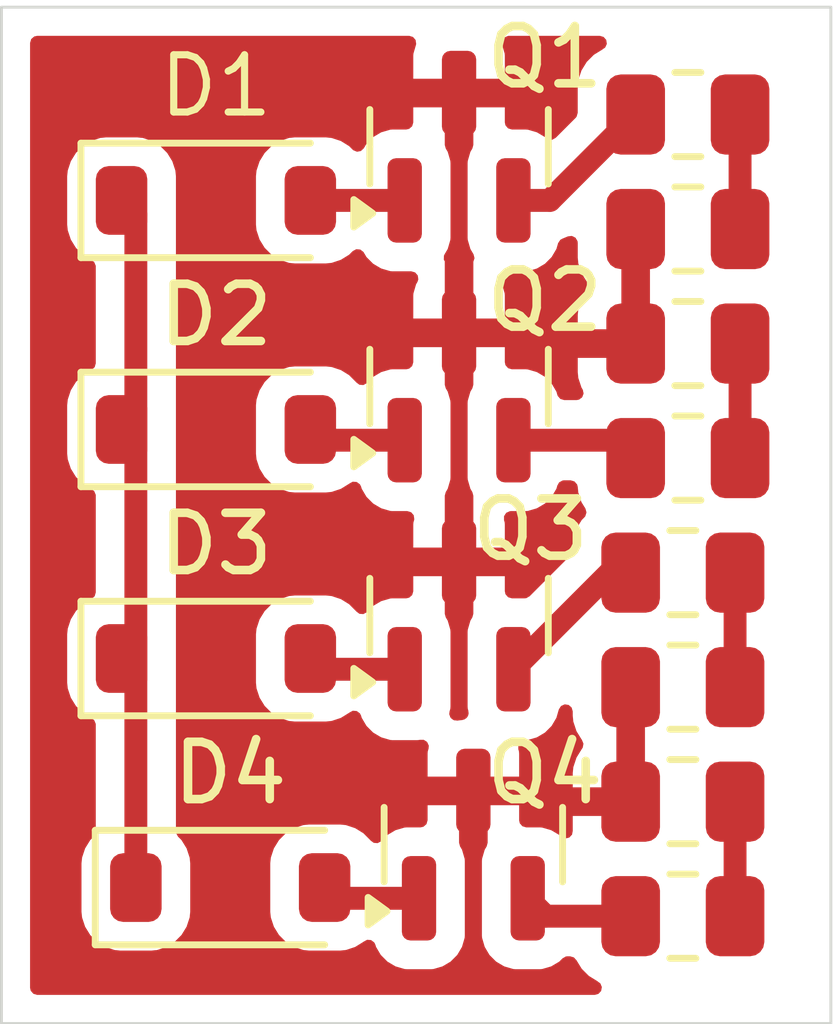
<source format=kicad_pcb>
(kicad_pcb (version 20241229) (generator "pcbnew") (generator_version "9.0")
  (layers (0 "F.Cu" signal) (2 "B.Cu" signal) (13 "F.Paste" user) (15 "B.Paste" user) (5 "F.SilkS" user "F.Silkscreen") (7 "B.SilkS" user "B.Silkscreen") (1 "F.Mask" user) (3 "B.Mask" user) (25 "Edge.Cuts" user))
  (net 0 "")
  (net 1 "/M2-")
  (net 2 "+5V")
  (net 3 "/M3-")
  (net 4 "/M4-")
  (net 5 "/M1-")
  (net 6 "GND")
  (net 7 "Net-(Q1-G)")
  (net 8 "Net-(Q2-G)")
  (net 9 "Net-(Q3-G)")
  (net 10 "Net-(Q4-G)")
  (net 11 "/En1")
  (net 12 "/En2")
  (net 13 "/En3")
  (net 14 "/En4")
  (footprint "Package_TO_SOT_SMD:SOT-23" (layer "F.Cu") (at 186.25 73.3125 90)
    (property "Reference" "Q1" (at 1.5625 1.5 0) (layer "F.SilkS"))
    (property "Value" "NMOS" (hide yes))
    (fp_line (start 0 -1.56) (end 0.65 -1.56) (stroke (width 0.12)) (layer "F.SilkS"))
    (fp_line (start 0 -1.56) (end -0.65 -1.56) (stroke (width 0.12)) (layer "F.SilkS"))
    (fp_line (start 0 1.56) (end 0.65 1.56) (stroke (width 0.12)) (layer "F.SilkS"))
    (fp_line (start 0 1.56) (end -0.65 1.56) (stroke (width 0.12)) (layer "F.SilkS"))
    (fp_poly (pts (xy -1.1625 -1.51) (xy -1.4025 -1.84) (xy -0.9225 -1.84)) (stroke (width 0.12)) (fill yes) (layer "F.SilkS"))
    (pad "1" smd roundrect (at -0.9375 -0.95 90) (size 1.475 0.6) (layers "F.Cu" "F.Mask" "F.Paste") (net 5 "/M1-"))
    (pad "2" smd roundrect (at -0.9375 0.95 90) (size 1.475 0.6) (layers "F.Cu" "F.Mask" "F.Paste") (net 7 "Net-(Q1-G)"))
    (pad "3" smd roundrect (at 0.9375 0 90) (size 1.475 0.6) (layers "F.Cu" "F.Mask" "F.Paste") (net 6 "GND"))
  )
  (footprint "Package_TO_SOT_SMD:SOT-23" (layer "F.Cu") (at 186.25 81.5 90)
    (property "Reference" "Q3" (at 1.5 1.25 180) (layer "F.SilkS"))
    (property "Value" "NMOS" (hide yes))
    (fp_line (start 0 -1.56) (end 0.65 -1.56) (stroke (width 0.12)) (layer "F.SilkS"))
    (fp_line (start 0 -1.56) (end -0.65 -1.56) (stroke (width 0.12)) (layer "F.SilkS"))
    (fp_line (start 0 1.56) (end 0.65 1.56) (stroke (width 0.12)) (layer "F.SilkS"))
    (fp_line (start 0 1.56) (end -0.65 1.56) (stroke (width 0.12)) (layer "F.SilkS"))
    (fp_poly (pts (xy -1.1625 -1.51) (xy -1.4025 -1.84) (xy -0.9225 -1.84)) (stroke (width 0.12)) (fill yes) (layer "F.SilkS"))
    (pad "1" smd roundrect (at -0.9375 -0.95 90) (size 1.475 0.6) (layers "F.Cu" "F.Mask" "F.Paste") (net 3 "/M3-"))
    (pad "2" smd roundrect (at -0.9375 0.95 90) (size 1.475 0.6) (layers "F.Cu" "F.Mask" "F.Paste") (net 9 "Net-(Q3-G)"))
    (pad "3" smd roundrect (at 0.9375 0 90) (size 1.475 0.6) (layers "F.Cu" "F.Mask" "F.Paste") (net 6 "GND"))
  )
  (footprint "Resistor_SMD:R_0805_2012Metric" (layer "F.Cu") (at 190.25 74.75 180)
    (property "Reference" "R2" (hide yes))
    (property "Value" "10K" (hide yes))
    (fp_line (start -0.227064 0.735) (end 0.227064 0.735) (stroke (width 0.12)) (layer "F.SilkS"))
    (fp_line (start -0.227064 -0.735) (end 0.227064 -0.735) (stroke (width 0.12)) (layer "F.SilkS"))
    (pad "1" smd roundrect (at -0.9125 0 180) (size 1.025 1.4) (layers "F.Cu" "F.Mask" "F.Paste") (roundrect_rratio 0.243902) (net 11 "/En1"))
    (pad "2" smd roundrect (at 0.9125 0 180) (size 1.025 1.4) (layers "F.Cu" "F.Mask" "F.Paste") (roundrect_rratio 0.243902) (net 6 "GND"))
  )
  (footprint "Resistor_SMD:R_0805_2012Metric" (layer "F.Cu") (at 190.1625 84.75 180)
    (property "Reference" "R8" (hide yes))
    (property "Value" "10K" (hide yes))
    (fp_line (start -0.227064 0.735) (end 0.227064 0.735) (stroke (width 0.12)) (layer "F.SilkS"))
    (fp_line (start -0.227064 -0.735) (end 0.227064 -0.735) (stroke (width 0.12)) (layer "F.SilkS"))
    (pad "1" smd roundrect (at -0.9125 0 180) (size 1.025 1.4) (layers "F.Cu" "F.Mask" "F.Paste") (roundrect_rratio 0.243902) (net 14 "/En4"))
    (pad "2" smd roundrect (at 0.9125 0 180) (size 1.025 1.4) (layers "F.Cu" "F.Mask" "F.Paste") (roundrect_rratio 0.243902) (net 6 "GND"))
  )
  (footprint "Package_TO_SOT_SMD:SOT-23" (layer "F.Cu") (at 186.5 85.5 90)
    (property "Reference" "Q4" (at 1.25 1.25 180) (layer "F.SilkS"))
    (property "Value" "NMOS" (hide yes))
    (fp_line (start 0 -1.56) (end 0.65 -1.56) (stroke (width 0.12)) (layer "F.SilkS"))
    (fp_line (start 0 -1.56) (end -0.65 -1.56) (stroke (width 0.12)) (layer "F.SilkS"))
    (fp_line (start 0 1.56) (end 0.65 1.56) (stroke (width 0.12)) (layer "F.SilkS"))
    (fp_line (start 0 1.56) (end -0.65 1.56) (stroke (width 0.12)) (layer "F.SilkS"))
    (fp_poly (pts (xy -1.1625 -1.51) (xy -1.4025 -1.84) (xy -0.9225 -1.84)) (stroke (width 0.12)) (fill yes) (layer "F.SilkS"))
    (pad "1" smd roundrect (at -0.9375 -0.95 90) (size 1.475 0.6) (layers "F.Cu" "F.Mask" "F.Paste") (net 4 "/M4-"))
    (pad "2" smd roundrect (at -0.9375 0.95 90) (size 1.475 0.6) (layers "F.Cu" "F.Mask" "F.Paste") (net 10 "Net-(Q4-G)"))
    (pad "3" smd roundrect (at 0.9375 0 90) (size 1.475 0.6) (layers "F.Cu" "F.Mask" "F.Paste") (net 6 "GND"))
  )
  (footprint "Diode_SMD:D_SOD-123" (layer "F.Cu") (at 182 78.25)
    (property "Reference" "D2" (at 0 -2 0) (layer "F.SilkS"))
    (property "Value" "1N4007" (hide yes))
    (fp_line (start -2.36 -1) (end -2.36 1) (stroke (width 0.12)) (layer "F.SilkS"))
    (fp_line (start -2.36 -1) (end 1.65 -1) (stroke (width 0.12)) (layer "F.SilkS"))
    (fp_line (start -2.36 1) (end 1.65 1) (stroke (width 0.12)) (layer "F.SilkS"))
    (pad "1" smd roundrect (at -1.65 0) (size 0.9 1.2) (layers "F.Cu" "F.Mask" "F.Paste") (net 2 "+5V"))
    (pad "2" smd roundrect (at 1.65 0) (size 0.9 1.2) (layers "F.Cu" "F.Mask" "F.Paste") (net 1 "/M2-"))
  )
  (footprint "Resistor_SMD:R_0805_2012Metric" (layer "F.Cu") (at 190.1625 86.75 180)
    (property "Reference" "R7" (hide yes))
    (property "Value" "100" (hide yes))
    (fp_line (start -0.227064 0.735) (end 0.227064 0.735) (stroke (width 0.12)) (layer "F.SilkS"))
    (fp_line (start -0.227064 -0.735) (end 0.227064 -0.735) (stroke (width 0.12)) (layer "F.SilkS"))
    (pad "1" smd roundrect (at -0.9125 0 180) (size 1.025 1.4) (layers "F.Cu" "F.Mask" "F.Paste") (roundrect_rratio 0.243902) (net 14 "/En4"))
    (pad "2" smd roundrect (at 0.9125 0 180) (size 1.025 1.4) (layers "F.Cu" "F.Mask" "F.Paste") (roundrect_rratio 0.243902) (net 10 "Net-(Q4-G)"))
  )
  (footprint "Resistor_SMD:R_0805_2012Metric" (layer "F.Cu") (at 190.25 76.75 180)
    (property "Reference" "R4" (hide yes))
    (property "Value" "10K" (hide yes))
    (fp_line (start -0.227064 0.735) (end 0.227064 0.735) (stroke (width 0.12)) (layer "F.SilkS"))
    (fp_line (start -0.227064 -0.735) (end 0.227064 -0.735) (stroke (width 0.12)) (layer "F.SilkS"))
    (pad "1" smd roundrect (at -0.9125 0 180) (size 1.025 1.4) (layers "F.Cu" "F.Mask" "F.Paste") (roundrect_rratio 0.243902) (net 12 "/En2"))
    (pad "2" smd roundrect (at 0.9125 0 180) (size 1.025 1.4) (layers "F.Cu" "F.Mask" "F.Paste") (roundrect_rratio 0.243902) (net 6 "GND"))
  )
  (footprint "Resistor_SMD:R_0805_2012Metric" (layer "F.Cu") (at 190.1625 80.75 180)
    (property "Reference" "R5" (hide yes))
    (property "Value" "100" (hide yes))
    (fp_line (start -0.227064 0.735) (end 0.227064 0.735) (stroke (width 0.12)) (layer "F.SilkS"))
    (fp_line (start -0.227064 -0.735) (end 0.227064 -0.735) (stroke (width 0.12)) (layer "F.SilkS"))
    (pad "1" smd roundrect (at -0.9125 0 180) (size 1.025 1.4) (layers "F.Cu" "F.Mask" "F.Paste") (roundrect_rratio 0.243902) (net 13 "/En3"))
    (pad "2" smd roundrect (at 0.9125 0 180) (size 1.025 1.4) (layers "F.Cu" "F.Mask" "F.Paste") (roundrect_rratio 0.243902) (net 9 "Net-(Q3-G)"))
  )
  (footprint "Package_TO_SOT_SMD:SOT-23" (layer "F.Cu") (at 186.25 77.5 90)
    (property "Reference" "Q2" (at 1.5 1.5 180) (layer "F.SilkS"))
    (property "Value" "NMOS" (hide yes))
    (fp_line (start 0 -1.56) (end 0.65 -1.56) (stroke (width 0.12)) (layer "F.SilkS"))
    (fp_line (start 0 -1.56) (end -0.65 -1.56) (stroke (width 0.12)) (layer "F.SilkS"))
    (fp_line (start 0 1.56) (end 0.65 1.56) (stroke (width 0.12)) (layer "F.SilkS"))
    (fp_line (start 0 1.56) (end -0.65 1.56) (stroke (width 0.12)) (layer "F.SilkS"))
    (fp_poly (pts (xy -1.1625 -1.51) (xy -1.4025 -1.84) (xy -0.9225 -1.84)) (stroke (width 0.12)) (fill yes) (layer "F.SilkS"))
    (pad "1" smd roundrect (at -0.9375 -0.95 90) (size 1.475 0.6) (layers "F.Cu" "F.Mask" "F.Paste") (net 1 "/M2-"))
    (pad "2" smd roundrect (at -0.9375 0.95 90) (size 1.475 0.6) (layers "F.Cu" "F.Mask" "F.Paste") (net 8 "Net-(Q2-G)"))
    (pad "3" smd roundrect (at 0.9375 0 90) (size 1.475 0.6) (layers "F.Cu" "F.Mask" "F.Paste") (net 6 "GND"))
  )
  (footprint "Resistor_SMD:R_0805_2012Metric" (layer "F.Cu") (at 190.25 72.75 180)
    (property "Reference" "R1" (hide yes))
    (property "Value" "100" (hide yes))
    (fp_line (start -0.227064 0.735) (end 0.227064 0.735) (stroke (width 0.12)) (layer "F.SilkS"))
    (fp_line (start -0.227064 -0.735) (end 0.227064 -0.735) (stroke (width 0.12)) (layer "F.SilkS"))
    (pad "1" smd roundrect (at -0.9125 0 180) (size 1.025 1.4) (layers "F.Cu" "F.Mask" "F.Paste") (roundrect_rratio 0.243902) (net 11 "/En1"))
    (pad "2" smd roundrect (at 0.9125 0 180) (size 1.025 1.4) (layers "F.Cu" "F.Mask" "F.Paste") (roundrect_rratio 0.243902) (net 7 "Net-(Q1-G)"))
  )
  (footprint "Diode_SMD:D_SOD-123" (layer "F.Cu") (at 182.25 86.25)
    (property "Reference" "D4" (at 0 -2 0) (layer "F.SilkS"))
    (property "Value" "1N4007" (hide yes))
    (fp_line (start -2.36 -1) (end -2.36 1) (stroke (width 0.12)) (layer "F.SilkS"))
    (fp_line (start -2.36 -1) (end 1.65 -1) (stroke (width 0.12)) (layer "F.SilkS"))
    (fp_line (start -2.36 1) (end 1.65 1) (stroke (width 0.12)) (layer "F.SilkS"))
    (pad "1" smd roundrect (at -1.65 0) (size 0.9 1.2) (layers "F.Cu" "F.Mask" "F.Paste") (net 2 "+5V"))
    (pad "2" smd roundrect (at 1.65 0) (size 0.9 1.2) (layers "F.Cu" "F.Mask" "F.Paste") (net 4 "/M4-"))
  )
  (footprint "Resistor_SMD:R_0805_2012Metric" (layer "F.Cu") (at 190.25 78.75 180)
    (property "Reference" "R3" (hide yes))
    (property "Value" "100" (hide yes))
    (fp_line (start -0.227064 0.735) (end 0.227064 0.735) (stroke (width 0.12)) (layer "F.SilkS"))
    (fp_line (start -0.227064 -0.735) (end 0.227064 -0.735) (stroke (width 0.12)) (layer "F.SilkS"))
    (pad "1" smd roundrect (at -0.9125 0 180) (size 1.025 1.4) (layers "F.Cu" "F.Mask" "F.Paste") (roundrect_rratio 0.243902) (net 12 "/En2"))
    (pad "2" smd roundrect (at 0.9125 0 180) (size 1.025 1.4) (layers "F.Cu" "F.Mask" "F.Paste") (roundrect_rratio 0.243902) (net 8 "Net-(Q2-G)"))
  )
  (footprint "Diode_SMD:D_SOD-123" (layer "F.Cu") (at 182 82.25)
    (property "Reference" "D3" (at 0 -2 0) (layer "F.SilkS"))
    (property "Value" "1N4007" (hide yes))
    (fp_line (start -2.36 -1) (end -2.36 1) (stroke (width 0.12)) (layer "F.SilkS"))
    (fp_line (start -2.36 -1) (end 1.65 -1) (stroke (width 0.12)) (layer "F.SilkS"))
    (fp_line (start -2.36 1) (end 1.65 1) (stroke (width 0.12)) (layer "F.SilkS"))
    (pad "1" smd roundrect (at -1.65 0) (size 0.9 1.2) (layers "F.Cu" "F.Mask" "F.Paste") (net 2 "+5V"))
    (pad "2" smd roundrect (at 1.65 0) (size 0.9 1.2) (layers "F.Cu" "F.Mask" "F.Paste") (net 3 "/M3-"))
  )
  (footprint "Diode_SMD:D_SOD-123" (layer "F.Cu") (at 182 74.25)
    (property "Reference" "D1" (at 0 -2 0) (layer "F.SilkS") (effects (font (thickness 0.125))))
    (property "Value" "1N4007" (hide yes))
    (fp_line (start -2.36 -1) (end -2.36 1) (stroke (width 0.12)) (layer "F.SilkS"))
    (fp_line (start -2.36 -1) (end 1.65 -1) (stroke (width 0.12)) (layer "F.SilkS"))
    (fp_line (start -2.36 1) (end 1.65 1) (stroke (width 0.12)) (layer "F.SilkS"))
    (pad "1" smd roundrect (at -1.65 0) (size 0.9 1.2) (layers "F.Cu" "F.Mask" "F.Paste") (net 2 "+5V"))
    (pad "2" smd roundrect (at 1.65 0) (size 0.9 1.2) (layers "F.Cu" "F.Mask" "F.Paste") (net 5 "/M1-"))
  )
  (footprint "Resistor_SMD:R_0805_2012Metric" (layer "F.Cu") (at 190.1625 82.75 180)
    (property "Reference" "R6" (hide yes))
    (property "Value" "10K" (hide yes))
    (fp_line (start -0.227064 0.735) (end 0.227064 0.735) (stroke (width 0.12)) (layer "F.SilkS"))
    (fp_line (start -0.227064 -0.735) (end 0.227064 -0.735) (stroke (width 0.12)) (layer "F.SilkS"))
    (pad "1" smd roundrect (at -0.9125 0 180) (size 1.025 1.4) (layers "F.Cu" "F.Mask" "F.Paste") (roundrect_rratio 0.243902) (net 13 "/En3"))
    (pad "2" smd roundrect (at 0.9125 0 180) (size 1.025 1.4) (layers "F.Cu" "F.Mask" "F.Paste") (roundrect_rratio 0.243902) (net 6 "GND"))
  )
  (gr_rect (start 178.25 70.875) (end 192.75 88.625) (stroke (width 0.05)) (fill no) (layer "Edge.Cuts"))
  (segment (start 185.3 78.4375) (end 183.8375 78.4375) (width 0.4) (layer "F.Cu") (net 1))
  (segment (start 183.8375 78.4375) (end 183.65 78.25) (width 0.4) (layer "F.Cu") (net 1))
  (segment (start 180.6 86.25) (end 180.6 74.5) (width 0.4) (layer "F.Cu") (net 2))
  (segment (start 180.6 74.5) (end 180.35 74.25) (width 0.4) (layer "F.Cu") (net 2))
  (segment (start 185.3 82.4375) (end 183.8375 82.4375) (width 0.4) (layer "F.Cu") (net 3))
  (segment (start 183.8375 82.4375) (end 183.65 82.25) (width 0.4) (layer "F.Cu") (net 3))
  (segment (start 185.55 86.4375) (end 184.0875 86.4375) (width 0.4) (layer "F.Cu") (net 4))
  (segment (start 184.0875 86.4375) (end 183.9 86.25) (width 0.4) (layer "F.Cu") (net 4))
  (segment (start 185.3 74.25) (end 183.65 74.25) (width 0.4) (layer "F.Cu") (net 5))
  (segment (start 187.8375 74.25) (end 189.3375 72.75) (width 0.4) (layer "F.Cu") (net 7))
  (segment (start 187.2 74.25) (end 187.8375 74.25) (width 0.4) (layer "F.Cu") (net 7))
  (segment (start 189.025 78.4375) (end 189.3375 78.75) (width 0.4) (layer "F.Cu") (net 8))
  (segment (start 187.2 78.4375) (end 189.025 78.4375) (width 0.4) (layer "F.Cu") (net 8))
  (segment (start 188.8875 80.75) (end 187.2 82.4375) (width 0.4) (layer "F.Cu") (net 9))
  (segment (start 189.25 80.75) (end 188.8875 80.75) (width 0.4) (layer "F.Cu") (net 9))
  (segment (start 187.7625 86.75) (end 187.45 86.4375) (width 0.4) (layer "F.Cu") (net 10))
  (segment (start 189.25 86.75) (end 187.7625 86.75) (width 0.4) (layer "F.Cu") (net 10))
  (segment (start 191.1625 72.75) (end 191.1625 74.75) (width 0.4) (layer "F.Cu") (net 11))
  (segment (start 191.1625 76.75) (end 191.1625 78.75) (width 0.4) (layer "F.Cu") (net 12))
  (segment (start 191.075 80.75) (end 191.075 82.75) (width 0.4) (layer "F.Cu") (net 13))
  (segment (start 191.075 86.75) (end 191.075 84.75) (width 0.4) (layer "F.Cu") (net 14))
  (zone (net 6) (net_name "GND") (layers "F.Cu" "B.Cu") (connect_pads (clearance 0.5)) (min_thickness 0.25) (fill yes (thermal_gap 0.5) (thermal_bridge_width 0.5))
    (polygon (pts (xy 178.25 70.75) (xy 192.75 70.75) (xy 192.75 88.5) (xy 178.25 88.5)))
  )
)
</source>
